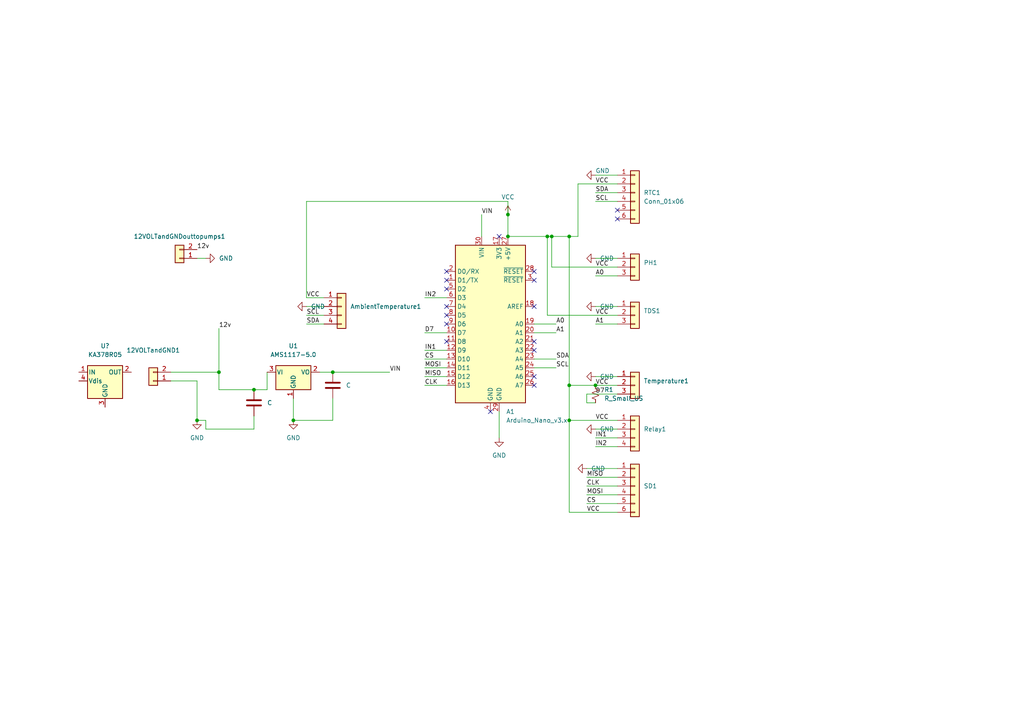
<source format=kicad_sch>
(kicad_sch (version 20211123) (generator eeschema)
  (paper "A4")
  (lib_symbols
    (symbol "Connector_Generic:Conn_01x02" (pin_names (offset 1.016) hide)
      (property "Reference" "J" (at 0 2.54 0))
      (property "Value" "Conn_01x02" (at 0 -5.08 0))
      (symbol "Conn_01x02_1_1"
        (rectangle (start -1.27 -2.413) (end 0 -2.667) (stroke (width 0.1524)))
        (rectangle (start -1.27 0.127) (end 0 -0.127) (stroke (width 0.1524)))
        (rectangle (start -1.27 1.27) (end 1.27 -3.81) (stroke (width 0.254)) (fill (type background)))
        (pin passive line (at -5.08 0 0) (length 3.81) (name "Pin_1") (number "1"))
        (pin passive line (at -5.08 -2.54 0) (length 3.81) (name "Pin_2") (number "2"))
      )
    )
    (symbol "Connector_Generic:Conn_01x03" (pin_names (offset 1.016) hide)
      (property "Reference" "J" (at 0 5.08 0))
      (property "Value" "Conn_01x03" (at 0 -5.08 0))
      (symbol "Conn_01x03_1_1"
        (rectangle (start -1.27 -2.413) (end 0 -2.667) (stroke (width 0.1524)))
        (rectangle (start -1.27 0.127) (end 0 -0.127) (stroke (width 0.1524)))
        (rectangle (start -1.27 2.667) (end 0 2.413) (stroke (width 0.1524)))
        (rectangle (start -1.27 3.81) (end 1.27 -3.81) (stroke (width 0.254)) (fill (type background)))
        (pin passive line (at -5.08 2.54 0) (length 3.81) (name "Pin_1") (number "1"))
        (pin passive line (at -5.08 0 0) (length 3.81) (name "Pin_2") (number "2"))
        (pin passive line (at -5.08 -2.54 0) (length 3.81) (name "Pin_3") (number "3"))
      )
    )
    (symbol "Connector_Generic:Conn_01x04" (pin_names (offset 1.016) hide)
      (property "Reference" "J" (at 0 5.08 0))
      (property "Value" "Conn_01x04" (at 0 -7.62 0))
      (symbol "Conn_01x04_1_1"
        (rectangle (start -1.27 -4.953) (end 0 -5.207) (stroke (width 0.1524)))
        (rectangle (start -1.27 -2.413) (end 0 -2.667) (stroke (width 0.1524)))
        (rectangle (start -1.27 0.127) (end 0 -0.127) (stroke (width 0.1524)))
        (rectangle (start -1.27 2.667) (end 0 2.413) (stroke (width 0.1524)))
        (rectangle (start -1.27 3.81) (end 1.27 -6.35) (stroke (width 0.254)) (fill (type background)))
        (pin passive line (at -5.08 2.54 0) (length 3.81) (name "Pin_1") (number "1"))
        (pin passive line (at -5.08 0 0) (length 3.81) (name "Pin_2") (number "2"))
        (pin passive line (at -5.08 -2.54 0) (length 3.81) (name "Pin_3") (number "3"))
        (pin passive line (at -5.08 -5.08 0) (length 3.81) (name "Pin_4") (number "4"))
      )
    )
    (symbol "Connector_Generic:Conn_01x06" (pin_names (offset 1.016) hide)
      (property "Reference" "J" (at 0 7.62 0))
      (property "Value" "Conn_01x06" (at 0 -10.16 0))
      (symbol "Conn_01x06_1_1"
        (rectangle (start -1.27 -7.493) (end 0 -7.747) (stroke (width 0.1524)))
        (rectangle (start -1.27 -4.953) (end 0 -5.207) (stroke (width 0.1524)))
        (rectangle (start -1.27 -2.413) (end 0 -2.667) (stroke (width 0.1524)))
        (rectangle (start -1.27 0.127) (end 0 -0.127) (stroke (width 0.1524)))
        (rectangle (start -1.27 2.667) (end 0 2.413) (stroke (width 0.1524)))
        (rectangle (start -1.27 5.207) (end 0 4.953) (stroke (width 0.1524)))
        (rectangle (start -1.27 6.35) (end 1.27 -8.89) (stroke (width 0.254)) (fill (type background)))
        (pin passive line (at -5.08 5.08 0) (length 3.81) (name "Pin_1") (number "1"))
        (pin passive line (at -5.08 2.54 0) (length 3.81) (name "Pin_2") (number "2"))
        (pin passive line (at -5.08 0 0) (length 3.81) (name "Pin_3") (number "3"))
        (pin passive line (at -5.08 -2.54 0) (length 3.81) (name "Pin_4") (number "4"))
        (pin passive line (at -5.08 -5.08 0) (length 3.81) (name "Pin_5") (number "5"))
        (pin passive line (at -5.08 -7.62 0) (length 3.81) (name "Pin_6") (number "6"))
      )
    )
    (symbol "Device:C" (pin_numbers hide) (pin_names (offset 0.254))
      (property "Reference" "C" (at 0.635 2.54 0))
      (property "Value" "C" (at 0.635 -2.54 0))
      (symbol "C_0_1"
        (polyline (pts (xy -2.032 -0.762) (xy 2.032 -0.762)) (stroke (width 0.508)))
        (polyline (pts (xy -2.032 0.762) (xy 2.032 0.762)) (stroke (width 0.508)))
      )
      (symbol "C_1_1"
        (pin passive line (at 0 3.81 270) (length 2.794) (name "~") (number "1"))
        (pin passive line (at 0 -3.81 90) (length 2.794) (name "~") (number "2"))
      )
    )
    (symbol "Device:R_Small_US" (pin_numbers hide) (pin_names (offset 0.254) hide)
      (property "Reference" "R" (at 0.762 0.508 0))
      (property "Value" "R_Small_US" (at 0.762 -1.016 0))
      (symbol "R_Small_US_1_1"
        (polyline (pts (xy 0 0) (xy 1.016 -0.381) (xy 0 -0.762) (xy -1.016 -1.143) (xy 0 -1.524)))
        (polyline (pts (xy 0 1.524) (xy 1.016 1.143) (xy 0 0.762) (xy -1.016 0.381) (xy 0 0)))
        (pin passive line (at 0 2.54 270) (length 1.016) (name "~") (number "1"))
        (pin passive line (at 0 -2.54 90) (length 1.016) (name "~") (number "2"))
      )
    )
    (symbol "MCU_Module:Arduino_Nano_v3.x"
      (property "Reference" "A" (at -10.16 23.495 0))
      (property "Value" "Arduino_Nano_v3.x" (at 5.08 -24.13 0))
      (symbol "Arduino_Nano_v3.x_0_1"
        (rectangle (start -10.16 22.86) (end 10.16 -22.86) (stroke (width 0.254)) (fill (type background)))
      )
      (symbol "Arduino_Nano_v3.x_1_1"
        (pin bidirectional line (at -12.7 12.7 0) (length 2.54) (name "D1/TX") (number "1"))
        (pin bidirectional line (at -12.7 -2.54 0) (length 2.54) (name "D7") (number "10"))
        (pin bidirectional line (at -12.7 -5.08 0) (length 2.54) (name "D8") (number "11"))
        (pin bidirectional line (at -12.7 -7.62 0) (length 2.54) (name "D9") (number "12"))
        (pin bidirectional line (at -12.7 -10.16 0) (length 2.54) (name "D10") (number "13"))
        (pin bidirectional line (at -12.7 -12.7 0) (length 2.54) (name "D11") (number "14"))
        (pin bidirectional line (at -12.7 -15.24 0) (length 2.54) (name "D12") (number "15"))
        (pin bidirectional line (at -12.7 -17.78 0) (length 2.54) (name "D13") (number "16"))
        (pin power_out line (at 2.54 25.4 270) (length 2.54) (name "3V3") (number "17"))
        (pin input line (at 12.7 5.08 180) (length 2.54) (name "AREF") (number "18"))
        (pin bidirectional line (at 12.7 0 180) (length 2.54) (name "A0") (number "19"))
        (pin bidirectional line (at -12.7 15.24 0) (length 2.54) (name "D0/RX") (number "2"))
        (pin bidirectional line (at 12.7 -2.54 180) (length 2.54) (name "A1") (number "20"))
        (pin bidirectional line (at 12.7 -5.08 180) (length 2.54) (name "A2") (number "21"))
        (pin bidirectional line (at 12.7 -7.62 180) (length 2.54) (name "A3") (number "22"))
        (pin bidirectional line (at 12.7 -10.16 180) (length 2.54) (name "A4") (number "23"))
        (pin bidirectional line (at 12.7 -12.7 180) (length 2.54) (name "A5") (number "24"))
        (pin bidirectional line (at 12.7 -15.24 180) (length 2.54) (name "A6") (number "25"))
        (pin bidirectional line (at 12.7 -17.78 180) (length 2.54) (name "A7") (number "26"))
        (pin power_out line (at 5.08 25.4 270) (length 2.54) (name "+5V") (number "27"))
        (pin input line (at 12.7 15.24 180) (length 2.54) (name "~{RESET}") (number "28"))
        (pin power_in line (at 2.54 -25.4 90) (length 2.54) (name "GND") (number "29"))
        (pin input line (at 12.7 12.7 180) (length 2.54) (name "~{RESET}") (number "3"))
        (pin power_in line (at -2.54 25.4 270) (length 2.54) (name "VIN") (number "30"))
        (pin power_in line (at 0 -25.4 90) (length 2.54) (name "GND") (number "4"))
        (pin bidirectional line (at -12.7 10.16 0) (length 2.54) (name "D2") (number "5"))
        (pin bidirectional line (at -12.7 7.62 0) (length 2.54) (name "D3") (number "6"))
        (pin bidirectional line (at -12.7 5.08 0) (length 2.54) (name "D4") (number "7"))
        (pin bidirectional line (at -12.7 2.54 0) (length 2.54) (name "D5") (number "8"))
        (pin bidirectional line (at -12.7 0 0) (length 2.54) (name "D6") (number "9"))
      )
    )
    (symbol "Regulator_Linear:AMS1117-5.0" (pin_names (offset 0.254))
      (property "Reference" "U" (at -3.81 3.175 0))
      (property "Value" "AMS1117-5.0" (at 0 3.175 0))
      (symbol "AMS1117-5.0_0_1"
        (rectangle (start -5.08 -5.08) (end 5.08 1.905) (stroke (width 0.254)) (fill (type background)))
      )
      (symbol "AMS1117-5.0_1_1"
        (pin power_in line (at 0 -7.62 90) (length 2.54) (name "GND") (number "1"))
        (pin power_out line (at 7.62 0 180) (length 2.54) (name "VO") (number "2"))
        (pin power_in line (at -7.62 0 0) (length 2.54) (name "VI") (number "3"))
      )
    )
    (symbol "Regulator_Linear:KA378R05" (pin_names (offset 0.254))
      (property "Reference" "U" (at -3.81 5.715 0))
      (property "Value" "KA378R05" (at 0 5.715 0))
      (symbol "KA378R05_0_1"
        (rectangle (start -5.08 4.445) (end 5.08 -5.08) (stroke (width 0.254)) (fill (type background)))
      )
      (symbol "KA378R05_1_1"
        (pin power_in line (at -7.62 2.54 0) (length 2.54) (name "IN") (number "1"))
        (pin power_out line (at 7.62 2.54 180) (length 2.54) (name "OUT") (number "2"))
        (pin power_in line (at 0 -7.62 90) (length 2.54) (name "GND") (number "3"))
        (pin input line (at -7.62 0 0) (length 2.54) (name "Vdis") (number "4"))
      )
    )
    (symbol "power:GND" (power) (pin_names (offset 0))
      (property "Value" "GND" (at 0 -3.81 0))
      (symbol "GND_0_1"
        (polyline (pts (xy 0 0) (xy 0 -1.27) (xy 1.27 -1.27) (xy 0 -2.54) (xy -1.27 -1.27) (xy 0 -1.27)))
      )
      (symbol "GND_1_1"
        (pin power_in line (at 0 0 270) (length 0) hide (name "GND") (number "1"))
      )
    )
    (symbol "power:VCC" (power) (pin_names (offset 0))
      (property "Value" "VCC" (at 0 3.81 0))
      (symbol "VCC_0_1"
        (polyline (pts (xy -0.762 1.27) (xy 0 2.54)))
        (polyline (pts (xy 0 0) (xy 0 2.54)))
        (polyline (pts (xy 0 2.54) (xy 0.762 1.27)))
      )
      (symbol "VCC_1_1"
        (pin power_in line (at 0 0 90) (length 0) hide (name "VCC") (number "1"))
      )
    )
  )
  (junction (at 165.1 111.76))
  (junction (at 147.32 62.23))
  (junction (at 96.52 107.95))
  (junction (at 57.15 121.92))
  (junction (at 160.02 68.58))
  (junction (at 85.09 121.92))
  (junction (at 158.75 68.58))
  (junction (at 172.72 111.76))
  (junction (at 73.66 113.03))
  (junction (at 147.32 68.58))
  (junction (at 165.1 68.58))
  (junction (at 165.1 121.92))
  (junction (at 63.5 107.95))
  (no_connect (at 142.24 119.38))
  (no_connect (at 129.54 99.06))
  (no_connect (at 154.94 78.74))
  (no_connect (at 154.94 81.28))
  (no_connect (at 154.94 88.9))
  (no_connect (at 129.54 81.28))
  (no_connect (at 129.54 83.82))
  (no_connect (at 129.54 88.9))
  (no_connect (at 129.54 91.44))
  (no_connect (at 129.54 93.98))
  (no_connect (at 129.54 78.74))
  (no_connect (at 144.78 68.58))
  (no_connect (at 154.94 111.76))
  (no_connect (at 154.94 99.06))
  (no_connect (at 154.94 101.6))
  (no_connect (at 154.94 109.22))
  (no_connect (at 179.07 60.96))
  (no_connect (at 179.07 63.5))
  (wire (pts (xy 172.72 93.98) (xy 179.07 93.98)))
  (wire (pts (xy 139.7 62.23) (xy 139.7 68.58)))
  (wire (pts (xy 85.09 121.92) (xy 96.52 121.92)))
  (wire (pts (xy 172.72 116.84) (xy 170.18 116.84)))
  (wire (pts (xy 172.72 55.88) (xy 179.07 55.88)))
  (wire (pts (xy 147.32 62.23) (xy 147.32 68.58)))
  (wire (pts (xy 92.71 107.95) (xy 96.52 107.95)))
  (wire (pts (xy 172.72 88.9) (xy 179.07 88.9)))
  (wire (pts (xy 167.64 53.34) (xy 179.07 53.34)))
  (wire (pts (xy 123.19 101.6) (xy 129.54 101.6)))
  (wire (pts (xy 165.1 121.92) (xy 179.07 121.92)))
  (wire (pts (xy 160.02 77.47) (xy 160.02 68.58)))
  (wire (pts (xy 57.15 110.49) (xy 49.53 110.49)))
  (wire (pts (xy 123.19 111.76) (xy 129.54 111.76)))
  (wire (pts (xy 123.19 104.14) (xy 129.54 104.14)))
  (wire (pts (xy 167.64 53.34) (xy 167.64 68.58)))
  (wire (pts (xy 59.69 121.92) (xy 57.15 121.92)))
  (wire (pts (xy 63.5 107.95) (xy 63.5 113.03)))
  (wire (pts (xy 160.02 77.47) (xy 179.07 77.47)))
  (wire (pts (xy 96.52 115.57) (xy 96.52 121.92)))
  (wire (pts (xy 165.1 148.59) (xy 165.1 121.92)))
  (wire (pts (xy 154.94 104.14) (xy 161.29 104.14)))
  (wire (pts (xy 144.78 119.38) (xy 144.78 127)))
  (wire (pts (xy 170.18 146.05) (xy 179.07 146.05)))
  (wire (pts (xy 59.69 124.46) (xy 59.69 121.92)))
  (wire (pts (xy 172.72 129.54) (xy 179.07 129.54)))
  (wire (pts (xy 170.18 143.51) (xy 179.07 143.51)))
  (wire (pts (xy 123.19 109.22) (xy 129.54 109.22)))
  (wire (pts (xy 170.18 140.97) (xy 179.07 140.97)))
  (wire (pts (xy 158.75 91.44) (xy 179.07 91.44)))
  (wire (pts (xy 172.72 127) (xy 179.07 127)))
  (wire (pts (xy 88.9 86.36) (xy 93.98 86.36)))
  (wire (pts (xy 172.72 111.76) (xy 165.1 111.76)))
  (wire (pts (xy 73.66 113.03) (xy 77.47 113.03)))
  (wire (pts (xy 154.94 93.98) (xy 161.29 93.98)))
  (wire (pts (xy 123.19 96.52) (xy 129.54 96.52)))
  (wire (pts (xy 63.5 95.25) (xy 63.5 107.95)))
  (wire (pts (xy 85.09 115.57) (xy 85.09 121.92)))
  (wire (pts (xy 147.32 58.42) (xy 147.32 62.23)))
  (wire (pts (xy 88.9 91.44) (xy 93.98 91.44)))
  (wire (pts (xy 165.1 121.92) (xy 165.1 111.76)))
  (wire (pts (xy 170.18 138.43) (xy 179.07 138.43)))
  (wire (pts (xy 160.02 68.58) (xy 165.1 68.58)))
  (wire (pts (xy 123.19 86.36) (xy 129.54 86.36)))
  (wire (pts (xy 170.18 135.89) (xy 179.07 135.89)))
  (wire (pts (xy 172.72 109.22) (xy 179.07 109.22)))
  (wire (pts (xy 158.75 68.58) (xy 160.02 68.58)))
  (wire (pts (xy 172.72 111.76) (xy 179.07 111.76)))
  (wire (pts (xy 88.9 88.9) (xy 93.98 88.9)))
  (wire (pts (xy 73.66 120.65) (xy 73.66 124.46)))
  (wire (pts (xy 172.72 80.01) (xy 179.07 80.01)))
  (wire (pts (xy 172.72 50.8) (xy 179.07 50.8)))
  (wire (pts (xy 154.94 106.68) (xy 161.29 106.68)))
  (wire (pts (xy 123.19 106.68) (xy 129.54 106.68)))
  (wire (pts (xy 57.15 74.93) (xy 59.69 74.93)))
  (wire (pts (xy 172.72 124.46) (xy 179.07 124.46)))
  (wire (pts (xy 49.53 107.95) (xy 63.5 107.95)))
  (wire (pts (xy 154.94 96.52) (xy 161.29 96.52)))
  (wire (pts (xy 158.75 91.44) (xy 158.75 68.58)))
  (wire (pts (xy 165.1 111.76) (xy 165.1 68.58)))
  (wire (pts (xy 165.1 68.58) (xy 167.64 68.58)))
  (wire (pts (xy 88.9 58.42) (xy 147.32 58.42)))
  (wire (pts (xy 63.5 113.03) (xy 73.66 113.03)))
  (wire (pts (xy 165.1 148.59) (xy 179.07 148.59)))
  (wire (pts (xy 88.9 93.98) (xy 93.98 93.98)))
  (wire (pts (xy 96.52 107.95) (xy 113.03 107.95)))
  (wire (pts (xy 172.72 58.42) (xy 179.07 58.42)))
  (wire (pts (xy 57.15 121.92) (xy 57.15 110.49)))
  (wire (pts (xy 88.9 86.36) (xy 88.9 58.42)))
  (wire (pts (xy 158.75 68.58) (xy 147.32 68.58)))
  (wire (pts (xy 170.18 114.3) (xy 179.07 114.3)))
  (wire (pts (xy 172.72 74.93) (xy 179.07 74.93)))
  (wire (pts (xy 170.18 116.84) (xy 170.18 114.3)))
  (wire (pts (xy 73.66 124.46) (xy 59.69 124.46)))
  (wire (pts (xy 77.47 107.95) (xy 77.47 113.03)))
  (label "VIN" (at 139.7 62.23 0))
  (label "IN1" (at 172.72 127 0))
  (label "VIN" (at 113.03 107.95 0))
  (label "D7" (at 123.19 96.52 0))
  (label "D7" (at 172.72 114.3 0))
  (label "A0" (at 161.29 93.98 0))
  (label "A0" (at 172.72 80.01 0))
  (label "MOSI" (at 123.19 106.68 0))
  (label "VCC" (at 88.9 86.36 0))
  (label "SCL" (at 88.9 91.44 0))
  (label "SDA" (at 88.9 93.98 0))
  (label "CS" (at 123.19 104.14 0))
  (label "VCC" (at 172.72 91.44 0))
  (label "MOSI" (at 170.18 143.51 0))
  (label "VCC" (at 172.72 121.92 0))
  (label "CLK" (at 170.18 140.97 0))
  (label "SDA" (at 172.72 55.88 0))
  (label "IN1" (at 123.19 101.6 0))
  (label "MISO" (at 123.19 109.22 0))
  (label "MISO" (at 170.18 138.43 0))
  (label "VCC" (at 172.72 111.76 0))
  (label "SCL" (at 161.29 106.68 0))
  (label "CLK" (at 123.19 111.76 0))
  (label "VCC" (at 172.72 53.34 0))
  (label "CS" (at 170.18 146.05 0))
  (label "SCL" (at 172.72 58.42 0))
  (label "IN2" (at 123.19 86.36 0))
  (label "VCC" (at 172.72 77.47 0))
  (label "A1" (at 161.29 96.52 0))
  (label "12v" (at 57.15 72.39 0))
  (label "SDA" (at 161.29 104.14 0))
  (label "12v" (at 63.5 95.25 0))
  (label "VCC" (at 170.18 148.59 0))
  (label "IN2" (at 172.72 129.54 0))
  (label "A1" (at 172.72 93.98 0))
  (symbol (lib_id "power:GND") (at 88.9 88.9 270) (unit 1)
    (property "Reference" "#PWR01" (effects hide))
    (property "Value" "GND" (at 90.17 88.8999 90) (effects (justify left)))
  )
  (symbol (lib_id "power:GND") (at 172.72 109.22 270) (unit 1)
    (property "Reference" "#PWR0109" (effects hide))
    (property "Value" "GND" (at 173.99 109.2199 90) (effects (justify left)))
  )
  (symbol (lib_id "Connector_Generic:Conn_01x02") (at 52.07 74.93 180) (unit 1)
    (property "Reference" "12VOLTandGNDouttopumps1" (at 52.07 68.58 0))
    (property "Value" "Conn_01x02" (effects hide))
    (property "Footprint" "Connector_PinHeader_2.54mm:PinHeader_1x02_P2.54mm_Vertical" (effects hide))
  )
  (symbol (lib_id "power:GND") (at 172.72 124.46 270) (unit 1)
    (property "Reference" "#PWR0108" (effects hide))
    (property "Value" "GND" (at 173.99 124.4599 90) (effects (justify left)))
  )
  (symbol (lib_id "power:VCC") (at 147.32 62.23 0) (unit 1)
    (property "Reference" "#PWR0101" (effects hide))
    (property "Value" "VCC" (at 147.32 57.15 0))
  )
  (symbol (lib_id "power:GND") (at 170.18 135.89 270) (unit 1)
    (property "Reference" "#PWR0111" (effects hide))
    (property "Value" "GND" (at 171.45 135.8899 90) (effects (justify left)))
  )
  (symbol (lib_id "power:GND") (at 85.09 121.92 0) (unit 1)
    (property "Reference" "#PWR0105" (effects hide))
    (property "Value" "GND" (at 85.09 127 0))
  )
  (symbol (lib_id "Regulator_Linear:AMS1117-5.0") (at 85.09 107.95 0) (unit 1)
    (property "Reference" "U1" (at 85.09 100.33 0))
    (property "Value" "AMS1117-5.0" (at 85.09 102.87 0))
    (property "Footprint" "Package_TO_SOT_SMD:SOT-223-3_TabPin2" (effects hide))
    (property "Datasheet" "http://www.advanced-monolithic.com/pdf/ds1117.pdf" (effects hide))
  )
  (symbol (lib_id "Connector_Generic:Conn_01x06") (at 184.15 140.97 0) (unit 1)
    (property "Reference" "SD1" (at 186.69 140.9699 0) (effects (justify left)))
    (property "Value" "Conn_01x06" (effects hide))
    (property "Footprint" "Connector_PinHeader_2.54mm:PinHeader_1x06_P2.54mm_Vertical" (effects hide))
  )
  (symbol (lib_id "Connector_Generic:Conn_01x03") (at 184.15 91.44 0) (unit 1)
    (property "Reference" "TDS1" (at 186.69 90.1699 0) (effects (justify left)))
    (property "Value" "Conn_01x03" (effects hide))
    (property "Footprint" "Connector_PinHeader_2.54mm:PinHeader_1x03_P2.54mm_Vertical" (effects hide))
  )
  (symbol (lib_id "Connector_Generic:Conn_01x03") (at 184.15 77.47 0) (unit 1)
    (property "Reference" "PH1" (at 186.69 76.1999 0) (effects (justify left)))
    (property "Value" "Conn_01x03" (effects hide))
    (property "Footprint" "Connector_PinHeader_2.54mm:PinHeader_1x03_P2.54mm_Vertical" (effects hide))
  )
  (symbol (lib_id "power:GND") (at 57.15 121.92 0) (unit 1)
    (property "Reference" "#PWR0102" (effects hide))
    (property "Value" "GND" (at 57.15 127 0))
  )
  (symbol (lib_id "power:GND") (at 59.69 74.93 90) (unit 1)
    (property "Reference" "#PWR0113" (effects hide))
    (property "Value" "GND" (at 63.5 74.9299 90) (effects (justify right)))
  )
  (symbol (lib_id "Connector_Generic:Conn_01x06") (at 184.15 55.88 0) (unit 1)
    (property "Reference" "RTC1" (at 186.69 55.8799 0) (effects (justify left)))
    (property "Value" "Conn_01x06" (at 186.69 58.4199 0) (effects (justify left)))
    (property "Footprint" "Connector_PinHeader_2.54mm:PinHeader_1x06_P2.54mm_Vertical" (effects hide))
  )
  (symbol (lib_id "Connector_Generic:Conn_01x02") (at 44.45 110.49 180) (unit 1)
    (property "Reference" "12VOLTandGND1" (at 44.45 101.6 0))
    (property "Value" "Conn_01x02" (effects hide))
    (property "Footprint" "Connector_PinHeader_2.54mm:PinHeader_1x02_P2.54mm_Vertical" (effects hide))
  )
  (symbol (lib_id "Device:C") (at 96.52 111.76 180) (unit 1)
    (property "Reference" "C2" (effects hide))
    (property "Value" "C" (at 100.33 111.7599 0) (effects (justify right)))
    (property "Footprint" "Capacitor_SMD:CP_Elec_4x5.8" (effects hide))
  )
  (symbol (lib_id "power:GND") (at 172.72 74.93 270) (unit 1)
    (property "Reference" "#PWR0107" (effects hide))
    (property "Value" "GND" (at 173.99 74.9299 90) (effects (justify left)))
  )
  (symbol (lib_id "Device:C") (at 73.66 116.84 180) (unit 1)
    (property "Reference" "C1" (effects hide))
    (property "Value" "C" (at 77.47 116.8399 0) (effects (justify right)))
    (property "Footprint" "Capacitor_SMD:CP_Elec_4x5.8" (effects hide))
  )
  (symbol (lib_id "Connector_Generic:Conn_01x03") (at 184.15 111.76 0) (unit 1)
    (property "Reference" "Temperature1" (at 186.69 110.4899 0) (effects (justify left)))
    (property "Value" "Conn_01x03" (effects hide))
    (property "Footprint" "Connector_PinHeader_2.54mm:PinHeader_1x03_P2.54mm_Vertical" (effects hide))
  )
  (symbol (lib_id "MCU_Module:Arduino_Nano_v3.x") (at 142.24 93.98 0) (unit 1)
    (property "Reference" "A1" (at 146.7994 119.38 0) (effects (justify left)))
    (property "Value" "Arduino_Nano_v3.x" (at 146.7994 121.92 0) (effects (justify left)))
    (property "Footprint" "Module:Arduino_Nano" (effects hide))
    (property "Datasheet" "http://www.mouser.com/pdfdocs/Gravitech_Arduino_Nano3_0.pdf" (effects hide))
  )
  (symbol (lib_id "power:GND") (at 172.72 50.8 270) (unit 1)
    (property "Reference" "#PWR0103" (effects hide))
    (property "Value" "GND" (at 172.72 49.53 90) (effects (justify left)))
  )
  (symbol (lib_id "Connector_Generic:Conn_01x04") (at 184.15 124.46 0) (unit 1)
    (property "Reference" "Relay1" (at 186.69 124.46 0) (effects (justify left)))
    (property "Value" "Conn_01x04" (effects hide))
    (property "Footprint" "Connector_PinHeader_2.54mm:PinHeader_1x04_P2.54mm_Vertical" (effects hide))
  )
  (symbol (lib_id "Device:R_Small_US") (at 172.72 114.3 0) (unit 1)
    (property "Reference" "R1" (at 175.26 113.0299 0) (effects (justify left)))
    (property "Value" "R_Small_US" (at 175.26 115.5699 0) (effects (justify left)))
    (property "Footprint" "Resistor_THT:R_Axial_DIN0309_L9.0mm_D3.2mm_P2.54mm_Vertical" (effects hide))
  )
  (symbol (lib_id "Regulator_Linear:KA378R05") (at 30.48 110.49 0) (unit 1)
    (property "Reference" "U?" (at 30.48 100.33 0))
    (property "Value" "KA378R05" (at 30.48 102.87 0))
    (property "Footprint" "Package_TO_SOT_THT:TO-220-4_Vertical" (effects hide))
    (property "Datasheet" "https://www.onsemi.com/pub/Collateral/KA378R05-D.pdf" (effects hide))
  )
  (symbol (lib_id "power:GND") (at 144.78 127 0) (unit 1)
    (property "Reference" "#PWR0110" (effects hide))
    (property "Value" "GND" (at 144.78 132.08 0))
  )
  (symbol (lib_id "power:GND") (at 172.72 88.9 270) (unit 1)
    (property "Reference" "#PWR0106" (effects hide))
    (property "Value" "GND" (at 173.99 88.8999 90) (effects (justify left)))
  )
  (symbol (lib_id "Connector_Generic:Conn_01x04") (at 99.06 88.9 0) (unit 1)
    (property "Reference" "AmbientTemperature1" (at 101.6 88.8999 0) (effects (justify left)))
    (property "Value" "Conn_01x04" (effects hide))
    (property "Footprint" "Connector_PinHeader_2.54mm:PinHeader_1x04_P2.54mm_Vertical" (effects hide))
  )
)
</source>
